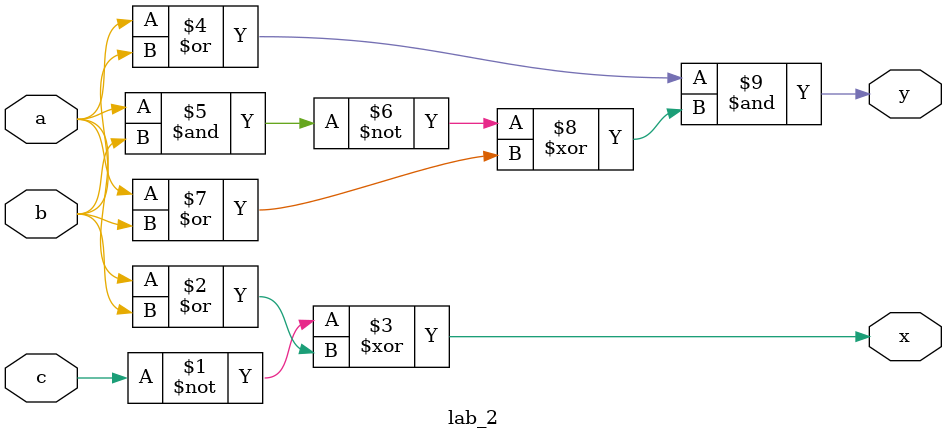
<source format=sv>
module lab_2(
    input a,
    input b,
    input c,
    output x,
    output y
    );
    
    assign x = (~ c) ^ (a | b);
    assign y = (a|b) & (~(a & b)^(a|b));
     
endmodule
</source>
